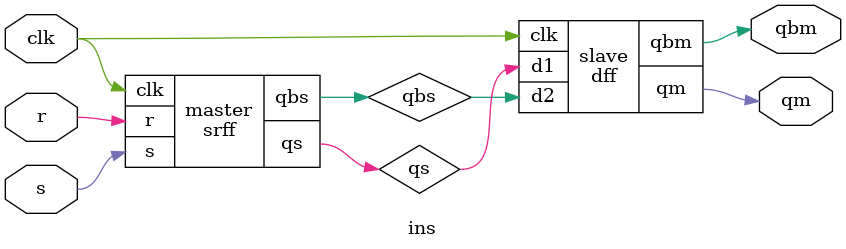
<source format=v>

module srff(input s,r,clk,output reg qs,qbs);
always @(posedge clk)begin
if(s==0 && r==0)begin
qs<=1'bx;
qbs<=1'bx;
end
else if(s==0 && r==1)begin
qs<=1'b0;
qbs<=1'b1;
end
else if(s==1 && r==0)begin
qs<=1'b1;
qbs<=1'b0;
end
else begin
qs<=1'bx;
qbs<=1'bx;
end
end
endmodule
//step-2  SLAVE CODE
module dff(input d1,d2,clk, output reg qm,output reg qbm);
always @ (negedge clk) begin
qm<=d1;
qbm<=d2;
end
endmodule
//step-3  TOP MODULE CODE
module ins(input s,r,clk,output qm,qbm); //doubt question why we connect here qm,qbm else of qs,qbs??????? ,cleared fixed because as per circuit diagram mentioned in qs,qbs thats only we entered a qs,qbs we can also enter a qm,qdm 
wire qs,qbs;
srff master(.s(s),.r(r),.clk(clk),.qs(qs),.qbs(qbs));
dff slave(.d1(qs),.d2(qbs),.clk(clk),.qm(qm),.qbm(qbm));
endmodule


</source>
